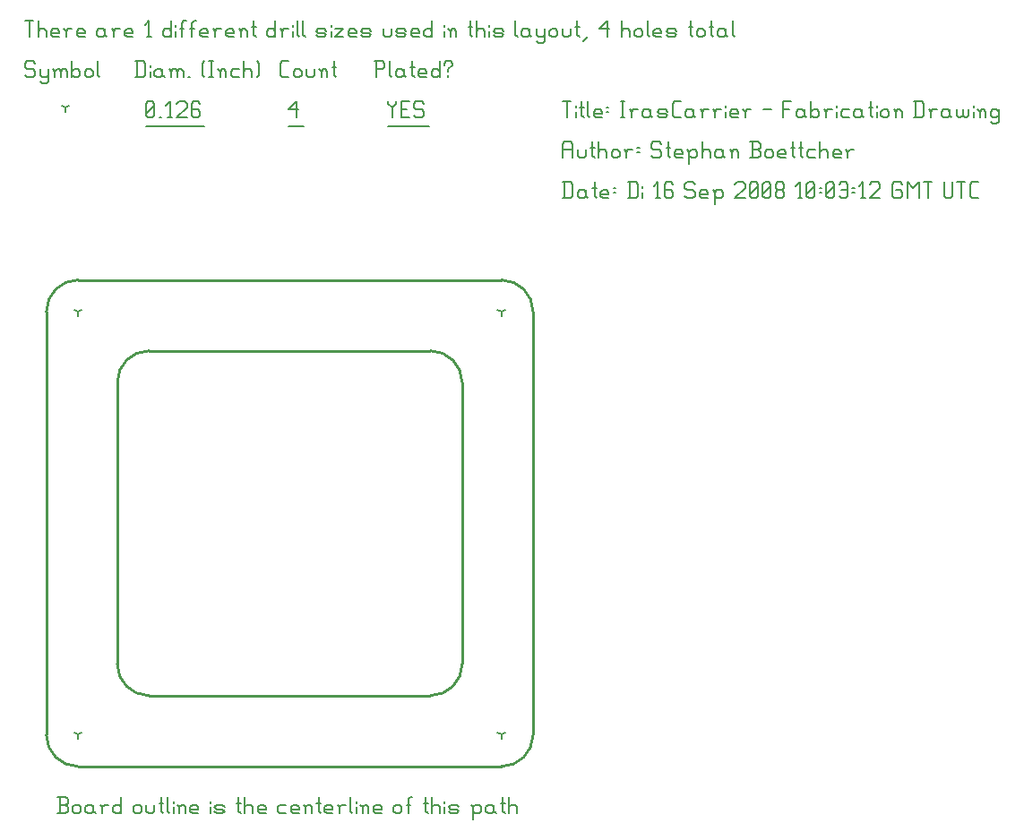
<source format=gbr>
G04 start of page 11 for group -3984 idx -3984 *
G04 Title: IrasCarrier, fab *
G04 Creator: pcb 1.99x *
G04 CreationDate: Di 16 Sep 2008 10:03:12 GMT UTC *
G04 For: stephan *
G04 Format: Gerber/RS-274X *
G04 PCB-Dimensions: 196850 196850 *
G04 PCB-Coordinate-Origin: lower left *
%MOIN*%
%FSLAX24Y24*%
%LNFAB*%
%ADD21C,0.0080*%
%ADD22C,0.0060*%
%ADD23C,0.0100*%
G54D21*X1968Y17716D02*Y17556D01*
Y17716D02*X2107Y17796D01*
X1968Y17716D02*X1829Y17796D01*
X17716Y17716D02*Y17556D01*
Y17716D02*X17855Y17796D01*
X17716Y17716D02*X17577Y17796D01*
X1968Y1968D02*Y1808D01*
Y1968D02*X2107Y2048D01*
X1968Y1968D02*X1829Y2048D01*
X17716Y1968D02*Y1808D01*
Y1968D02*X17855Y2048D01*
X17716Y1968D02*X17577Y2048D01*
X1500Y25310D02*Y25150D01*
Y25310D02*X1638Y25390D01*
X1500Y25310D02*X1361Y25390D01*
G54D22*X13500Y25535D02*Y25460D01*
X13650Y25310D01*
X13800Y25460D01*
Y25535D02*Y25460D01*
X13650Y25310D02*Y24935D01*
X13980Y25235D02*X14205D01*
X13980Y24935D02*X14280D01*
X13980Y25535D02*Y24935D01*
Y25535D02*X14280D01*
X14760D02*X14835Y25460D01*
X14535Y25535D02*X14760D01*
X14460Y25460D02*X14535Y25535D01*
X14460Y25460D02*Y25310D01*
X14535Y25235D01*
X14760D01*
X14835Y25160D01*
Y25010D01*
X14760Y24935D02*X14835Y25010D01*
X14535Y24935D02*X14760D01*
X14460Y25010D02*X14535Y24935D01*
X13500Y24609D02*X15015D01*
X9800Y25235D02*X10100Y25535D01*
X9800Y25235D02*X10175D01*
X10100Y25535D02*Y24935D01*
X9800Y24609D02*X10355D01*
X4500Y25010D02*X4575Y24935D01*
X4500Y25460D02*Y25010D01*
Y25460D02*X4575Y25535D01*
X4725D01*
X4800Y25460D01*
Y25010D01*
X4725Y24935D02*X4800Y25010D01*
X4575Y24935D02*X4725D01*
X4500Y25085D02*X4800Y25385D01*
X4980Y24935D02*X5055D01*
X5310D02*X5460D01*
X5385Y25535D02*Y24935D01*
X5235Y25385D02*X5385Y25535D01*
X5640Y25460D02*X5715Y25535D01*
X5940D01*
X6015Y25460D01*
Y25310D01*
X5640Y24935D02*X6015Y25310D01*
X5640Y24935D02*X6015D01*
X6420Y25535D02*X6495Y25460D01*
X6270Y25535D02*X6420D01*
X6195Y25460D02*X6270Y25535D01*
X6195Y25460D02*Y25010D01*
X6270Y24935D01*
X6420Y25235D02*X6495Y25160D01*
X6195Y25235D02*X6420D01*
X6270Y24935D02*X6420D01*
X6495Y25010D01*
Y25160D02*Y25010D01*
X4500Y24609D02*X6675D01*
X300Y27035D02*X375Y26960D01*
X75Y27035D02*X300D01*
X0Y26960D02*X75Y27035D01*
X0Y26960D02*Y26810D01*
X75Y26735D01*
X300D01*
X375Y26660D01*
Y26510D01*
X300Y26435D02*X375Y26510D01*
X75Y26435D02*X300D01*
X0Y26510D02*X75Y26435D01*
X555Y26735D02*Y26510D01*
X630Y26435D01*
X855Y26735D02*Y26285D01*
X780Y26210D02*X855Y26285D01*
X630Y26210D02*X780D01*
X555Y26285D02*X630Y26210D01*
Y26435D02*X780D01*
X855Y26510D01*
X1110Y26660D02*Y26435D01*
Y26660D02*X1185Y26735D01*
X1260D01*
X1335Y26660D01*
Y26435D01*
Y26660D02*X1410Y26735D01*
X1485D01*
X1560Y26660D01*
Y26435D01*
X1035Y26735D02*X1110Y26660D01*
X1740Y27035D02*Y26435D01*
Y26510D02*X1815Y26435D01*
X1965D01*
X2040Y26510D01*
Y26660D02*Y26510D01*
X1965Y26735D02*X2040Y26660D01*
X1815Y26735D02*X1965D01*
X1740Y26660D02*X1815Y26735D01*
X2220Y26660D02*Y26510D01*
Y26660D02*X2295Y26735D01*
X2445D01*
X2520Y26660D01*
Y26510D01*
X2445Y26435D02*X2520Y26510D01*
X2295Y26435D02*X2445D01*
X2220Y26510D02*X2295Y26435D01*
X2700Y27035D02*Y26510D01*
X2775Y26435D01*
X4175Y27035D02*Y26435D01*
X4400Y27035D02*X4475Y26960D01*
Y26510D01*
X4400Y26435D02*X4475Y26510D01*
X4100Y26435D02*X4400D01*
X4100Y27035D02*X4400D01*
X4655Y26885D02*Y26810D01*
Y26660D02*Y26435D01*
X5030Y26735D02*X5105Y26660D01*
X4880Y26735D02*X5030D01*
X4805Y26660D02*X4880Y26735D01*
X4805Y26660D02*Y26510D01*
X4880Y26435D01*
X5105Y26735D02*Y26510D01*
X5180Y26435D01*
X4880D02*X5030D01*
X5105Y26510D01*
X5435Y26660D02*Y26435D01*
Y26660D02*X5510Y26735D01*
X5585D01*
X5660Y26660D01*
Y26435D01*
Y26660D02*X5735Y26735D01*
X5810D01*
X5885Y26660D01*
Y26435D01*
X5360Y26735D02*X5435Y26660D01*
X6065Y26435D02*X6140D01*
X6590Y26510D02*X6665Y26435D01*
X6590Y26960D02*X6665Y27035D01*
X6590Y26960D02*Y26510D01*
X6845Y27035D02*X6995D01*
X6920D02*Y26435D01*
X6845D02*X6995D01*
X7251Y26660D02*Y26435D01*
Y26660D02*X7326Y26735D01*
X7401D01*
X7476Y26660D01*
Y26435D01*
X7176Y26735D02*X7251Y26660D01*
X7731Y26735D02*X7956D01*
X7656Y26660D02*X7731Y26735D01*
X7656Y26660D02*Y26510D01*
X7731Y26435D01*
X7956D01*
X8136Y27035D02*Y26435D01*
Y26660D02*X8211Y26735D01*
X8361D01*
X8436Y26660D01*
Y26435D01*
X8616Y27035D02*X8691Y26960D01*
Y26510D01*
X8616Y26435D02*X8691Y26510D01*
X9575Y26435D02*X9800D01*
X9500Y26510D02*X9575Y26435D01*
X9500Y26960D02*Y26510D01*
Y26960D02*X9575Y27035D01*
X9800D01*
X9980Y26660D02*Y26510D01*
Y26660D02*X10055Y26735D01*
X10205D01*
X10280Y26660D01*
Y26510D01*
X10205Y26435D02*X10280Y26510D01*
X10055Y26435D02*X10205D01*
X9980Y26510D02*X10055Y26435D01*
X10460Y26735D02*Y26510D01*
X10535Y26435D01*
X10685D01*
X10760Y26510D01*
Y26735D02*Y26510D01*
X11015Y26660D02*Y26435D01*
Y26660D02*X11090Y26735D01*
X11165D01*
X11240Y26660D01*
Y26435D01*
X10940Y26735D02*X11015Y26660D01*
X11495Y27035D02*Y26510D01*
X11570Y26435D01*
X11420Y26810D02*X11570D01*
X13075Y27035D02*Y26435D01*
X13000Y27035D02*X13300D01*
X13375Y26960D01*
Y26810D01*
X13300Y26735D02*X13375Y26810D01*
X13075Y26735D02*X13300D01*
X13555Y27035D02*Y26510D01*
X13630Y26435D01*
X14005Y26735D02*X14080Y26660D01*
X13855Y26735D02*X14005D01*
X13780Y26660D02*X13855Y26735D01*
X13780Y26660D02*Y26510D01*
X13855Y26435D01*
X14080Y26735D02*Y26510D01*
X14155Y26435D01*
X13855D02*X14005D01*
X14080Y26510D01*
X14410Y27035D02*Y26510D01*
X14485Y26435D01*
X14335Y26810D02*X14485D01*
X14710Y26435D02*X14935D01*
X14635Y26510D02*X14710Y26435D01*
X14635Y26660D02*Y26510D01*
Y26660D02*X14710Y26735D01*
X14860D01*
X14935Y26660D01*
X14635Y26585D02*X14935D01*
Y26660D02*Y26585D01*
X15415Y27035D02*Y26435D01*
X15340D02*X15415Y26510D01*
X15190Y26435D02*X15340D01*
X15115Y26510D02*X15190Y26435D01*
X15115Y26660D02*Y26510D01*
Y26660D02*X15190Y26735D01*
X15340D01*
X15415Y26660D01*
X15745Y26735D02*Y26660D01*
Y26510D02*Y26435D01*
X15595Y26960D02*Y26885D01*
Y26960D02*X15670Y27035D01*
X15820D01*
X15895Y26960D01*
Y26885D01*
X15745Y26735D02*X15895Y26885D01*
X0Y28535D02*X300D01*
X150D02*Y27935D01*
X480Y28535D02*Y27935D01*
Y28160D02*X555Y28235D01*
X705D01*
X780Y28160D01*
Y27935D01*
X1035D02*X1260D01*
X960Y28010D02*X1035Y27935D01*
X960Y28160D02*Y28010D01*
Y28160D02*X1035Y28235D01*
X1185D01*
X1260Y28160D01*
X960Y28085D02*X1260D01*
Y28160D02*Y28085D01*
X1515Y28160D02*Y27935D01*
Y28160D02*X1590Y28235D01*
X1740D01*
X1440D02*X1515Y28160D01*
X1995Y27935D02*X2220D01*
X1920Y28010D02*X1995Y27935D01*
X1920Y28160D02*Y28010D01*
Y28160D02*X1995Y28235D01*
X2145D01*
X2220Y28160D01*
X1920Y28085D02*X2220D01*
Y28160D02*Y28085D01*
X2895Y28235D02*X2970Y28160D01*
X2745Y28235D02*X2895D01*
X2670Y28160D02*X2745Y28235D01*
X2670Y28160D02*Y28010D01*
X2745Y27935D01*
X2970Y28235D02*Y28010D01*
X3045Y27935D01*
X2745D02*X2895D01*
X2970Y28010D01*
X3300Y28160D02*Y27935D01*
Y28160D02*X3375Y28235D01*
X3525D01*
X3225D02*X3300Y28160D01*
X3781Y27935D02*X4006D01*
X3706Y28010D02*X3781Y27935D01*
X3706Y28160D02*Y28010D01*
Y28160D02*X3781Y28235D01*
X3931D01*
X4006Y28160D01*
X3706Y28085D02*X4006D01*
Y28160D02*Y28085D01*
X4531Y27935D02*X4681D01*
X4606Y28535D02*Y27935D01*
X4456Y28385D02*X4606Y28535D01*
X5431D02*Y27935D01*
X5356D02*X5431Y28010D01*
X5206Y27935D02*X5356D01*
X5131Y28010D02*X5206Y27935D01*
X5131Y28160D02*Y28010D01*
Y28160D02*X5206Y28235D01*
X5356D01*
X5431Y28160D01*
X5611Y28385D02*Y28310D01*
Y28160D02*Y27935D01*
X5836Y28460D02*Y27935D01*
Y28460D02*X5911Y28535D01*
X5986D01*
X5761Y28235D02*X5911D01*
X6211Y28460D02*Y27935D01*
Y28460D02*X6286Y28535D01*
X6361D01*
X6136Y28235D02*X6286D01*
X6586Y27935D02*X6811D01*
X6511Y28010D02*X6586Y27935D01*
X6511Y28160D02*Y28010D01*
Y28160D02*X6586Y28235D01*
X6736D01*
X6811Y28160D01*
X6511Y28085D02*X6811D01*
Y28160D02*Y28085D01*
X7067Y28160D02*Y27935D01*
Y28160D02*X7142Y28235D01*
X7292D01*
X6992D02*X7067Y28160D01*
X7547Y27935D02*X7772D01*
X7472Y28010D02*X7547Y27935D01*
X7472Y28160D02*Y28010D01*
Y28160D02*X7547Y28235D01*
X7697D01*
X7772Y28160D01*
X7472Y28085D02*X7772D01*
Y28160D02*Y28085D01*
X8027Y28160D02*Y27935D01*
Y28160D02*X8102Y28235D01*
X8177D01*
X8252Y28160D01*
Y27935D01*
X7952Y28235D02*X8027Y28160D01*
X8507Y28535D02*Y28010D01*
X8582Y27935D01*
X8432Y28310D02*X8582D01*
X9302Y28535D02*Y27935D01*
X9227D02*X9302Y28010D01*
X9077Y27935D02*X9227D01*
X9002Y28010D02*X9077Y27935D01*
X9002Y28160D02*Y28010D01*
Y28160D02*X9077Y28235D01*
X9227D01*
X9302Y28160D01*
X9557D02*Y27935D01*
Y28160D02*X9632Y28235D01*
X9782D01*
X9482D02*X9557Y28160D01*
X9963Y28385D02*Y28310D01*
Y28160D02*Y27935D01*
X10113Y28535D02*Y28010D01*
X10188Y27935D01*
X10338Y28535D02*Y28010D01*
X10413Y27935D01*
X10908D02*X11133D01*
X11208Y28010D01*
X11133Y28085D02*X11208Y28010D01*
X10908Y28085D02*X11133D01*
X10833Y28160D02*X10908Y28085D01*
X10833Y28160D02*X10908Y28235D01*
X11133D01*
X11208Y28160D01*
X10833Y28010D02*X10908Y27935D01*
X11388Y28385D02*Y28310D01*
Y28160D02*Y27935D01*
X11538Y28235D02*X11838D01*
X11538Y27935D02*X11838Y28235D01*
X11538Y27935D02*X11838D01*
X12093D02*X12318D01*
X12018Y28010D02*X12093Y27935D01*
X12018Y28160D02*Y28010D01*
Y28160D02*X12093Y28235D01*
X12243D01*
X12318Y28160D01*
X12018Y28085D02*X12318D01*
Y28160D02*Y28085D01*
X12574Y27935D02*X12799D01*
X12874Y28010D01*
X12799Y28085D02*X12874Y28010D01*
X12574Y28085D02*X12799D01*
X12499Y28160D02*X12574Y28085D01*
X12499Y28160D02*X12574Y28235D01*
X12799D01*
X12874Y28160D01*
X12499Y28010D02*X12574Y27935D01*
X13324Y28235D02*Y28010D01*
X13399Y27935D01*
X13549D01*
X13624Y28010D01*
Y28235D02*Y28010D01*
X13879Y27935D02*X14104D01*
X14179Y28010D01*
X14104Y28085D02*X14179Y28010D01*
X13879Y28085D02*X14104D01*
X13804Y28160D02*X13879Y28085D01*
X13804Y28160D02*X13879Y28235D01*
X14104D01*
X14179Y28160D01*
X13804Y28010D02*X13879Y27935D01*
X14434D02*X14659D01*
X14359Y28010D02*X14434Y27935D01*
X14359Y28160D02*Y28010D01*
Y28160D02*X14434Y28235D01*
X14584D01*
X14659Y28160D01*
X14359Y28085D02*X14659D01*
Y28160D02*Y28085D01*
X15139Y28535D02*Y27935D01*
X15064D02*X15139Y28010D01*
X14914Y27935D02*X15064D01*
X14839Y28010D02*X14914Y27935D01*
X14839Y28160D02*Y28010D01*
Y28160D02*X14914Y28235D01*
X15064D01*
X15139Y28160D01*
X15589Y28385D02*Y28310D01*
Y28160D02*Y27935D01*
X15814Y28160D02*Y27935D01*
Y28160D02*X15889Y28235D01*
X15964D01*
X16039Y28160D01*
Y27935D01*
X15739Y28235D02*X15814Y28160D01*
X16565Y28535D02*Y28010D01*
X16640Y27935D01*
X16490Y28310D02*X16640D01*
X16790Y28535D02*Y27935D01*
Y28160D02*X16865Y28235D01*
X17015D01*
X17090Y28160D01*
Y27935D01*
X17270Y28385D02*Y28310D01*
Y28160D02*Y27935D01*
X17495D02*X17720D01*
X17795Y28010D01*
X17720Y28085D02*X17795Y28010D01*
X17495Y28085D02*X17720D01*
X17420Y28160D02*X17495Y28085D01*
X17420Y28160D02*X17495Y28235D01*
X17720D01*
X17795Y28160D01*
X17420Y28010D02*X17495Y27935D01*
X18245Y28535D02*Y28010D01*
X18320Y27935D01*
X18695Y28235D02*X18770Y28160D01*
X18545Y28235D02*X18695D01*
X18470Y28160D02*X18545Y28235D01*
X18470Y28160D02*Y28010D01*
X18545Y27935D01*
X18770Y28235D02*Y28010D01*
X18845Y27935D01*
X18545D02*X18695D01*
X18770Y28010D01*
X19026Y28235D02*Y28010D01*
X19101Y27935D01*
X19326Y28235D02*Y27785D01*
X19251Y27710D02*X19326Y27785D01*
X19101Y27710D02*X19251D01*
X19026Y27785D02*X19101Y27710D01*
Y27935D02*X19251D01*
X19326Y28010D01*
X19506Y28160D02*Y28010D01*
Y28160D02*X19581Y28235D01*
X19731D01*
X19806Y28160D01*
Y28010D01*
X19731Y27935D02*X19806Y28010D01*
X19581Y27935D02*X19731D01*
X19506Y28010D02*X19581Y27935D01*
X19986Y28235D02*Y28010D01*
X20061Y27935D01*
X20211D01*
X20286Y28010D01*
Y28235D02*Y28010D01*
X20541Y28535D02*Y28010D01*
X20616Y27935D01*
X20466Y28310D02*X20616D01*
X20766Y27785D02*X20916Y27935D01*
X21366Y28235D02*X21666Y28535D01*
X21366Y28235D02*X21741D01*
X21666Y28535D02*Y27935D01*
X22191Y28535D02*Y27935D01*
Y28160D02*X22266Y28235D01*
X22416D01*
X22491Y28160D01*
Y27935D01*
X22672Y28160D02*Y28010D01*
Y28160D02*X22747Y28235D01*
X22897D01*
X22972Y28160D01*
Y28010D01*
X22897Y27935D02*X22972Y28010D01*
X22747Y27935D02*X22897D01*
X22672Y28010D02*X22747Y27935D01*
X23152Y28535D02*Y28010D01*
X23227Y27935D01*
X23452D02*X23677D01*
X23377Y28010D02*X23452Y27935D01*
X23377Y28160D02*Y28010D01*
Y28160D02*X23452Y28235D01*
X23602D01*
X23677Y28160D01*
X23377Y28085D02*X23677D01*
Y28160D02*Y28085D01*
X23932Y27935D02*X24157D01*
X24232Y28010D01*
X24157Y28085D02*X24232Y28010D01*
X23932Y28085D02*X24157D01*
X23857Y28160D02*X23932Y28085D01*
X23857Y28160D02*X23932Y28235D01*
X24157D01*
X24232Y28160D01*
X23857Y28010D02*X23932Y27935D01*
X24757Y28535D02*Y28010D01*
X24832Y27935D01*
X24682Y28310D02*X24832D01*
X24982Y28160D02*Y28010D01*
Y28160D02*X25057Y28235D01*
X25207D01*
X25282Y28160D01*
Y28010D01*
X25207Y27935D02*X25282Y28010D01*
X25057Y27935D02*X25207D01*
X24982Y28010D02*X25057Y27935D01*
X25537Y28535D02*Y28010D01*
X25612Y27935D01*
X25462Y28310D02*X25612D01*
X25988Y28235D02*X26063Y28160D01*
X25838Y28235D02*X25988D01*
X25763Y28160D02*X25838Y28235D01*
X25763Y28160D02*Y28010D01*
X25838Y27935D01*
X26063Y28235D02*Y28010D01*
X26138Y27935D01*
X25838D02*X25988D01*
X26063Y28010D01*
X26318Y28535D02*Y28010D01*
X26393Y27935D01*
G54D23*X3425Y4606D02*Y15078D01*
X15078Y3425D02*X4606D01*
X16259Y15078D02*Y4606D01*
X4606Y16259D02*X15078D01*
X787Y1968D02*Y17716D01*
X17716Y787D02*X1968D01*
X18897Y17716D02*Y1968D01*
X1968Y18897D02*X17716D01*
X4606Y3425D02*G75*G02X3425Y4606I0J1181D01*G01*
X16259D02*G75*G02X15078Y3425I-1181J0D01*G01*
X16259Y15078D02*G75*G03X15078Y16259I-1181J0D01*G01*
X3425Y15078D02*G75*G02X4606Y16259I1181J0D01*G01*
X1968Y787D02*G75*G02X787Y1968I0J1181D01*G01*
X18897D02*G75*G02X17716Y787I-1181J0D01*G01*
Y18897D02*G75*G02X18897Y17716I0J-1181D01*G01*
X787D02*G75*G02X1968Y18897I1181J0D01*G01*
G54D22*X1207Y-950D02*X1507D01*
X1582Y-875D01*
Y-725D02*Y-875D01*
X1507Y-650D02*X1582Y-725D01*
X1282Y-650D02*X1507D01*
X1282Y-350D02*Y-950D01*
X1207Y-350D02*X1507D01*
X1582Y-425D01*
Y-575D01*
X1507Y-650D02*X1582Y-575D01*
X1762Y-725D02*Y-875D01*
Y-725D02*X1837Y-650D01*
X1987D01*
X2062Y-725D01*
Y-875D01*
X1987Y-950D02*X2062Y-875D01*
X1837Y-950D02*X1987D01*
X1762Y-875D02*X1837Y-950D01*
X2467Y-650D02*X2542Y-725D01*
X2317Y-650D02*X2467D01*
X2242Y-725D02*X2317Y-650D01*
X2242Y-725D02*Y-875D01*
X2317Y-950D01*
X2542Y-650D02*Y-875D01*
X2617Y-950D01*
X2317D02*X2467D01*
X2542Y-875D01*
X2872Y-725D02*Y-950D01*
Y-725D02*X2947Y-650D01*
X3097D01*
X2797D02*X2872Y-725D01*
X3577Y-350D02*Y-950D01*
X3502D02*X3577Y-875D01*
X3352Y-950D02*X3502D01*
X3277Y-875D02*X3352Y-950D01*
X3277Y-725D02*Y-875D01*
Y-725D02*X3352Y-650D01*
X3502D01*
X3577Y-725D01*
X4028D02*Y-875D01*
Y-725D02*X4103Y-650D01*
X4253D01*
X4328Y-725D01*
Y-875D01*
X4253Y-950D02*X4328Y-875D01*
X4103Y-950D02*X4253D01*
X4028Y-875D02*X4103Y-950D01*
X4508Y-650D02*Y-875D01*
X4583Y-950D01*
X4733D01*
X4808Y-875D01*
Y-650D02*Y-875D01*
X5063Y-350D02*Y-875D01*
X5138Y-950D01*
X4988Y-575D02*X5138D01*
X5288Y-350D02*Y-875D01*
X5363Y-950D01*
X5513Y-500D02*Y-575D01*
Y-725D02*Y-950D01*
X5738Y-725D02*Y-950D01*
Y-725D02*X5813Y-650D01*
X5888D01*
X5963Y-725D01*
Y-950D01*
X5663Y-650D02*X5738Y-725D01*
X6218Y-950D02*X6443D01*
X6143Y-875D02*X6218Y-950D01*
X6143Y-725D02*Y-875D01*
Y-725D02*X6218Y-650D01*
X6368D01*
X6443Y-725D01*
X6143Y-800D02*X6443D01*
Y-725D02*Y-800D01*
X6894Y-500D02*Y-575D01*
Y-725D02*Y-950D01*
X7119D02*X7344D01*
X7419Y-875D01*
X7344Y-800D02*X7419Y-875D01*
X7119Y-800D02*X7344D01*
X7044Y-725D02*X7119Y-800D01*
X7044Y-725D02*X7119Y-650D01*
X7344D01*
X7419Y-725D01*
X7044Y-875D02*X7119Y-950D01*
X7944Y-350D02*Y-875D01*
X8019Y-950D01*
X7869Y-575D02*X8019D01*
X8169Y-350D02*Y-950D01*
Y-725D02*X8244Y-650D01*
X8394D01*
X8469Y-725D01*
Y-950D01*
X8724D02*X8949D01*
X8649Y-875D02*X8724Y-950D01*
X8649Y-725D02*Y-875D01*
Y-725D02*X8724Y-650D01*
X8874D01*
X8949Y-725D01*
X8649Y-800D02*X8949D01*
Y-725D02*Y-800D01*
X9474Y-650D02*X9699D01*
X9399Y-725D02*X9474Y-650D01*
X9399Y-725D02*Y-875D01*
X9474Y-950D01*
X9699D01*
X9955D02*X10180D01*
X9880Y-875D02*X9955Y-950D01*
X9880Y-725D02*Y-875D01*
Y-725D02*X9955Y-650D01*
X10105D01*
X10180Y-725D01*
X9880Y-800D02*X10180D01*
Y-725D02*Y-800D01*
X10435Y-725D02*Y-950D01*
Y-725D02*X10510Y-650D01*
X10585D01*
X10660Y-725D01*
Y-950D01*
X10360Y-650D02*X10435Y-725D01*
X10915Y-350D02*Y-875D01*
X10990Y-950D01*
X10840Y-575D02*X10990D01*
X11215Y-950D02*X11440D01*
X11140Y-875D02*X11215Y-950D01*
X11140Y-725D02*Y-875D01*
Y-725D02*X11215Y-650D01*
X11365D01*
X11440Y-725D01*
X11140Y-800D02*X11440D01*
Y-725D02*Y-800D01*
X11695Y-725D02*Y-950D01*
Y-725D02*X11770Y-650D01*
X11920D01*
X11620D02*X11695Y-725D01*
X12100Y-350D02*Y-875D01*
X12175Y-950D01*
X12325Y-500D02*Y-575D01*
Y-725D02*Y-950D01*
X12551Y-725D02*Y-950D01*
Y-725D02*X12626Y-650D01*
X12701D01*
X12776Y-725D01*
Y-950D01*
X12476Y-650D02*X12551Y-725D01*
X13031Y-950D02*X13256D01*
X12956Y-875D02*X13031Y-950D01*
X12956Y-725D02*Y-875D01*
Y-725D02*X13031Y-650D01*
X13181D01*
X13256Y-725D01*
X12956Y-800D02*X13256D01*
Y-725D02*Y-800D01*
X13706Y-725D02*Y-875D01*
Y-725D02*X13781Y-650D01*
X13931D01*
X14006Y-725D01*
Y-875D01*
X13931Y-950D02*X14006Y-875D01*
X13781Y-950D02*X13931D01*
X13706Y-875D02*X13781Y-950D01*
X14261Y-425D02*Y-950D01*
Y-425D02*X14336Y-350D01*
X14411D01*
X14186Y-650D02*X14336D01*
X14906Y-350D02*Y-875D01*
X14981Y-950D01*
X14831Y-575D02*X14981D01*
X15131Y-350D02*Y-950D01*
Y-725D02*X15206Y-650D01*
X15356D01*
X15431Y-725D01*
Y-950D01*
X15611Y-500D02*Y-575D01*
Y-725D02*Y-950D01*
X15837D02*X16062D01*
X16137Y-875D01*
X16062Y-800D02*X16137Y-875D01*
X15837Y-800D02*X16062D01*
X15762Y-725D02*X15837Y-800D01*
X15762Y-725D02*X15837Y-650D01*
X16062D01*
X16137Y-725D01*
X15762Y-875D02*X15837Y-950D01*
X16662Y-725D02*Y-1175D01*
X16587Y-650D02*X16662Y-725D01*
X16737Y-650D01*
X16887D01*
X16962Y-725D01*
Y-875D01*
X16887Y-950D02*X16962Y-875D01*
X16737Y-950D02*X16887D01*
X16662Y-875D02*X16737Y-950D01*
X17367Y-650D02*X17442Y-725D01*
X17217Y-650D02*X17367D01*
X17142Y-725D02*X17217Y-650D01*
X17142Y-725D02*Y-875D01*
X17217Y-950D01*
X17442Y-650D02*Y-875D01*
X17517Y-950D01*
X17217D02*X17367D01*
X17442Y-875D01*
X17772Y-350D02*Y-875D01*
X17847Y-950D01*
X17697Y-575D02*X17847D01*
X17997Y-350D02*Y-950D01*
Y-725D02*X18072Y-650D01*
X18222D01*
X18297Y-725D01*
Y-950D01*
X20075Y22535D02*Y21935D01*
X20300Y22535D02*X20375Y22460D01*
Y22010D01*
X20300Y21935D02*X20375Y22010D01*
X20000Y21935D02*X20300D01*
X20000Y22535D02*X20300D01*
X20780Y22235D02*X20855Y22160D01*
X20630Y22235D02*X20780D01*
X20555Y22160D02*X20630Y22235D01*
X20555Y22160D02*Y22010D01*
X20630Y21935D01*
X20855Y22235D02*Y22010D01*
X20930Y21935D01*
X20630D02*X20780D01*
X20855Y22010D01*
X21185Y22535D02*Y22010D01*
X21260Y21935D01*
X21110Y22310D02*X21260D01*
X21485Y21935D02*X21710D01*
X21410Y22010D02*X21485Y21935D01*
X21410Y22160D02*Y22010D01*
Y22160D02*X21485Y22235D01*
X21635D01*
X21710Y22160D01*
X21410Y22085D02*X21710D01*
Y22160D02*Y22085D01*
X21890Y22310D02*X21965D01*
X21890Y22160D02*X21965D01*
X22490Y22535D02*Y21935D01*
X22715Y22535D02*X22790Y22460D01*
Y22010D01*
X22715Y21935D02*X22790Y22010D01*
X22415Y21935D02*X22715D01*
X22415Y22535D02*X22715D01*
X22970Y22385D02*Y22310D01*
Y22160D02*Y21935D01*
X23466D02*X23616D01*
X23541Y22535D02*Y21935D01*
X23391Y22385D02*X23541Y22535D01*
X24021D02*X24096Y22460D01*
X23871Y22535D02*X24021D01*
X23796Y22460D02*X23871Y22535D01*
X23796Y22460D02*Y22010D01*
X23871Y21935D01*
X24021Y22235D02*X24096Y22160D01*
X23796Y22235D02*X24021D01*
X23871Y21935D02*X24021D01*
X24096Y22010D01*
Y22160D02*Y22010D01*
X24846Y22535D02*X24921Y22460D01*
X24621Y22535D02*X24846D01*
X24546Y22460D02*X24621Y22535D01*
X24546Y22460D02*Y22310D01*
X24621Y22235D01*
X24846D01*
X24921Y22160D01*
Y22010D01*
X24846Y21935D02*X24921Y22010D01*
X24621Y21935D02*X24846D01*
X24546Y22010D02*X24621Y21935D01*
X25176D02*X25401D01*
X25101Y22010D02*X25176Y21935D01*
X25101Y22160D02*Y22010D01*
Y22160D02*X25176Y22235D01*
X25326D01*
X25401Y22160D01*
X25101Y22085D02*X25401D01*
Y22160D02*Y22085D01*
X25656Y22160D02*Y21710D01*
X25581Y22235D02*X25656Y22160D01*
X25731Y22235D01*
X25881D01*
X25956Y22160D01*
Y22010D01*
X25881Y21935D02*X25956Y22010D01*
X25731Y21935D02*X25881D01*
X25656Y22010D02*X25731Y21935D01*
X26406Y22460D02*X26481Y22535D01*
X26706D01*
X26781Y22460D01*
Y22310D01*
X26406Y21935D02*X26781Y22310D01*
X26406Y21935D02*X26781D01*
X26961Y22010D02*X27036Y21935D01*
X26961Y22460D02*Y22010D01*
Y22460D02*X27036Y22535D01*
X27186D01*
X27261Y22460D01*
Y22010D01*
X27186Y21935D02*X27261Y22010D01*
X27036Y21935D02*X27186D01*
X26961Y22085D02*X27261Y22385D01*
X27442Y22010D02*X27517Y21935D01*
X27442Y22460D02*Y22010D01*
Y22460D02*X27517Y22535D01*
X27667D01*
X27742Y22460D01*
Y22010D01*
X27667Y21935D02*X27742Y22010D01*
X27517Y21935D02*X27667D01*
X27442Y22085D02*X27742Y22385D01*
X27922Y22010D02*X27997Y21935D01*
X27922Y22160D02*Y22010D01*
Y22160D02*X27997Y22235D01*
X28147D01*
X28222Y22160D01*
Y22010D01*
X28147Y21935D02*X28222Y22010D01*
X27997Y21935D02*X28147D01*
X27922Y22310D02*X27997Y22235D01*
X27922Y22460D02*Y22310D01*
Y22460D02*X27997Y22535D01*
X28147D01*
X28222Y22460D01*
Y22310D01*
X28147Y22235D02*X28222Y22310D01*
X28747Y21935D02*X28897D01*
X28822Y22535D02*Y21935D01*
X28672Y22385D02*X28822Y22535D01*
X29077Y22010D02*X29152Y21935D01*
X29077Y22460D02*Y22010D01*
Y22460D02*X29152Y22535D01*
X29302D01*
X29377Y22460D01*
Y22010D01*
X29302Y21935D02*X29377Y22010D01*
X29152Y21935D02*X29302D01*
X29077Y22085D02*X29377Y22385D01*
X29557Y22310D02*X29632D01*
X29557Y22160D02*X29632D01*
X29812Y22010D02*X29887Y21935D01*
X29812Y22460D02*Y22010D01*
Y22460D02*X29887Y22535D01*
X30037D01*
X30112Y22460D01*
Y22010D01*
X30037Y21935D02*X30112Y22010D01*
X29887Y21935D02*X30037D01*
X29812Y22085D02*X30112Y22385D01*
X30293Y22460D02*X30368Y22535D01*
X30518D01*
X30593Y22460D01*
Y22010D01*
X30518Y21935D02*X30593Y22010D01*
X30368Y21935D02*X30518D01*
X30293Y22010D02*X30368Y21935D01*
Y22235D02*X30593D01*
X30773Y22310D02*X30848D01*
X30773Y22160D02*X30848D01*
X31103Y21935D02*X31253D01*
X31178Y22535D02*Y21935D01*
X31028Y22385D02*X31178Y22535D01*
X31433Y22460D02*X31508Y22535D01*
X31733D01*
X31808Y22460D01*
Y22310D01*
X31433Y21935D02*X31808Y22310D01*
X31433Y21935D02*X31808D01*
X32558Y22535D02*X32633Y22460D01*
X32333Y22535D02*X32558D01*
X32258Y22460D02*X32333Y22535D01*
X32258Y22460D02*Y22010D01*
X32333Y21935D01*
X32558D01*
X32633Y22010D01*
Y22160D02*Y22010D01*
X32558Y22235D02*X32633Y22160D01*
X32408Y22235D02*X32558D01*
X32813Y22535D02*Y21935D01*
Y22535D02*X33038Y22310D01*
X33263Y22535D01*
Y21935D01*
X33443Y22535D02*X33743D01*
X33593D02*Y21935D01*
X34194Y22535D02*Y22010D01*
X34269Y21935D01*
X34419D01*
X34494Y22010D01*
Y22535D02*Y22010D01*
X34674Y22535D02*X34974D01*
X34824D02*Y21935D01*
X35229D02*X35454D01*
X35154Y22010D02*X35229Y21935D01*
X35154Y22460D02*Y22010D01*
Y22460D02*X35229Y22535D01*
X35454D01*
X20000Y23960D02*Y23435D01*
Y23960D02*X20075Y24035D01*
X20300D01*
X20375Y23960D01*
Y23435D01*
X20000Y23735D02*X20375D01*
X20555D02*Y23510D01*
X20630Y23435D01*
X20780D01*
X20855Y23510D01*
Y23735D02*Y23510D01*
X21110Y24035D02*Y23510D01*
X21185Y23435D01*
X21035Y23810D02*X21185D01*
X21335Y24035D02*Y23435D01*
Y23660D02*X21410Y23735D01*
X21560D01*
X21635Y23660D01*
Y23435D01*
X21815Y23660D02*Y23510D01*
Y23660D02*X21890Y23735D01*
X22040D01*
X22115Y23660D01*
Y23510D01*
X22040Y23435D02*X22115Y23510D01*
X21890Y23435D02*X22040D01*
X21815Y23510D02*X21890Y23435D01*
X22370Y23660D02*Y23435D01*
Y23660D02*X22445Y23735D01*
X22595D01*
X22295D02*X22370Y23660D01*
X22775Y23810D02*X22850D01*
X22775Y23660D02*X22850D01*
X23601Y24035D02*X23676Y23960D01*
X23376Y24035D02*X23601D01*
X23301Y23960D02*X23376Y24035D01*
X23301Y23960D02*Y23810D01*
X23376Y23735D01*
X23601D01*
X23676Y23660D01*
Y23510D01*
X23601Y23435D02*X23676Y23510D01*
X23376Y23435D02*X23601D01*
X23301Y23510D02*X23376Y23435D01*
X23931Y24035D02*Y23510D01*
X24006Y23435D01*
X23856Y23810D02*X24006D01*
X24231Y23435D02*X24456D01*
X24156Y23510D02*X24231Y23435D01*
X24156Y23660D02*Y23510D01*
Y23660D02*X24231Y23735D01*
X24381D01*
X24456Y23660D01*
X24156Y23585D02*X24456D01*
Y23660D02*Y23585D01*
X24711Y23660D02*Y23210D01*
X24636Y23735D02*X24711Y23660D01*
X24786Y23735D01*
X24936D01*
X25011Y23660D01*
Y23510D01*
X24936Y23435D02*X25011Y23510D01*
X24786Y23435D02*X24936D01*
X24711Y23510D02*X24786Y23435D01*
X25191Y24035D02*Y23435D01*
Y23660D02*X25266Y23735D01*
X25416D01*
X25491Y23660D01*
Y23435D01*
X25896Y23735D02*X25971Y23660D01*
X25746Y23735D02*X25896D01*
X25671Y23660D02*X25746Y23735D01*
X25671Y23660D02*Y23510D01*
X25746Y23435D01*
X25971Y23735D02*Y23510D01*
X26046Y23435D01*
X25746D02*X25896D01*
X25971Y23510D01*
X26301Y23660D02*Y23435D01*
Y23660D02*X26376Y23735D01*
X26451D01*
X26526Y23660D01*
Y23435D01*
X26226Y23735D02*X26301Y23660D01*
X26977Y23435D02*X27277D01*
X27352Y23510D01*
Y23660D02*Y23510D01*
X27277Y23735D02*X27352Y23660D01*
X27052Y23735D02*X27277D01*
X27052Y24035D02*Y23435D01*
X26977Y24035D02*X27277D01*
X27352Y23960D01*
Y23810D01*
X27277Y23735D02*X27352Y23810D01*
X27532Y23660D02*Y23510D01*
Y23660D02*X27607Y23735D01*
X27757D01*
X27832Y23660D01*
Y23510D01*
X27757Y23435D02*X27832Y23510D01*
X27607Y23435D02*X27757D01*
X27532Y23510D02*X27607Y23435D01*
X28087D02*X28312D01*
X28012Y23510D02*X28087Y23435D01*
X28012Y23660D02*Y23510D01*
Y23660D02*X28087Y23735D01*
X28237D01*
X28312Y23660D01*
X28012Y23585D02*X28312D01*
Y23660D02*Y23585D01*
X28567Y24035D02*Y23510D01*
X28642Y23435D01*
X28492Y23810D02*X28642D01*
X28867Y24035D02*Y23510D01*
X28942Y23435D01*
X28792Y23810D02*X28942D01*
X29167Y23735D02*X29392D01*
X29092Y23660D02*X29167Y23735D01*
X29092Y23660D02*Y23510D01*
X29167Y23435D01*
X29392D01*
X29573Y24035D02*Y23435D01*
Y23660D02*X29648Y23735D01*
X29798D01*
X29873Y23660D01*
Y23435D01*
X30128D02*X30353D01*
X30053Y23510D02*X30128Y23435D01*
X30053Y23660D02*Y23510D01*
Y23660D02*X30128Y23735D01*
X30278D01*
X30353Y23660D01*
X30053Y23585D02*X30353D01*
Y23660D02*Y23585D01*
X30608Y23660D02*Y23435D01*
Y23660D02*X30683Y23735D01*
X30833D01*
X30533D02*X30608Y23660D01*
X20000Y25535D02*X20300D01*
X20150D02*Y24935D01*
X20480Y25385D02*Y25310D01*
Y25160D02*Y24935D01*
X20705Y25535D02*Y25010D01*
X20780Y24935D01*
X20630Y25310D02*X20780D01*
X20930Y25535D02*Y25010D01*
X21005Y24935D01*
X21230D02*X21455D01*
X21155Y25010D02*X21230Y24935D01*
X21155Y25160D02*Y25010D01*
Y25160D02*X21230Y25235D01*
X21380D01*
X21455Y25160D01*
X21155Y25085D02*X21455D01*
Y25160D02*Y25085D01*
X21635Y25310D02*X21710D01*
X21635Y25160D02*X21710D01*
X22160Y25535D02*X22310D01*
X22235D02*Y24935D01*
X22160D02*X22310D01*
X22566Y25160D02*Y24935D01*
Y25160D02*X22641Y25235D01*
X22791D01*
X22491D02*X22566Y25160D01*
X23196Y25235D02*X23271Y25160D01*
X23046Y25235D02*X23196D01*
X22971Y25160D02*X23046Y25235D01*
X22971Y25160D02*Y25010D01*
X23046Y24935D01*
X23271Y25235D02*Y25010D01*
X23346Y24935D01*
X23046D02*X23196D01*
X23271Y25010D01*
X23601Y24935D02*X23826D01*
X23901Y25010D01*
X23826Y25085D02*X23901Y25010D01*
X23601Y25085D02*X23826D01*
X23526Y25160D02*X23601Y25085D01*
X23526Y25160D02*X23601Y25235D01*
X23826D01*
X23901Y25160D01*
X23526Y25010D02*X23601Y24935D01*
X24156D02*X24381D01*
X24081Y25010D02*X24156Y24935D01*
X24081Y25460D02*Y25010D01*
Y25460D02*X24156Y25535D01*
X24381D01*
X24786Y25235D02*X24861Y25160D01*
X24636Y25235D02*X24786D01*
X24561Y25160D02*X24636Y25235D01*
X24561Y25160D02*Y25010D01*
X24636Y24935D01*
X24861Y25235D02*Y25010D01*
X24936Y24935D01*
X24636D02*X24786D01*
X24861Y25010D01*
X25191Y25160D02*Y24935D01*
Y25160D02*X25266Y25235D01*
X25416D01*
X25116D02*X25191Y25160D01*
X25671D02*Y24935D01*
Y25160D02*X25746Y25235D01*
X25896D01*
X25596D02*X25671Y25160D01*
X26077Y25385D02*Y25310D01*
Y25160D02*Y24935D01*
X26302D02*X26527D01*
X26227Y25010D02*X26302Y24935D01*
X26227Y25160D02*Y25010D01*
Y25160D02*X26302Y25235D01*
X26452D01*
X26527Y25160D01*
X26227Y25085D02*X26527D01*
Y25160D02*Y25085D01*
X26782Y25160D02*Y24935D01*
Y25160D02*X26857Y25235D01*
X27007D01*
X26707D02*X26782Y25160D01*
X27457Y25235D02*X27757D01*
X28207Y25535D02*Y24935D01*
Y25535D02*X28507D01*
X28207Y25235D02*X28432D01*
X28912D02*X28987Y25160D01*
X28762Y25235D02*X28912D01*
X28687Y25160D02*X28762Y25235D01*
X28687Y25160D02*Y25010D01*
X28762Y24935D01*
X28987Y25235D02*Y25010D01*
X29062Y24935D01*
X28762D02*X28912D01*
X28987Y25010D01*
X29243Y25535D02*Y24935D01*
Y25010D02*X29318Y24935D01*
X29468D01*
X29543Y25010D01*
Y25160D02*Y25010D01*
X29468Y25235D02*X29543Y25160D01*
X29318Y25235D02*X29468D01*
X29243Y25160D02*X29318Y25235D01*
X29798Y25160D02*Y24935D01*
Y25160D02*X29873Y25235D01*
X30023D01*
X29723D02*X29798Y25160D01*
X30203Y25385D02*Y25310D01*
Y25160D02*Y24935D01*
X30428Y25235D02*X30653D01*
X30353Y25160D02*X30428Y25235D01*
X30353Y25160D02*Y25010D01*
X30428Y24935D01*
X30653D01*
X31058Y25235D02*X31133Y25160D01*
X30908Y25235D02*X31058D01*
X30833Y25160D02*X30908Y25235D01*
X30833Y25160D02*Y25010D01*
X30908Y24935D01*
X31133Y25235D02*Y25010D01*
X31208Y24935D01*
X30908D02*X31058D01*
X31133Y25010D01*
X31463Y25535D02*Y25010D01*
X31538Y24935D01*
X31388Y25310D02*X31538D01*
X31688Y25385D02*Y25310D01*
Y25160D02*Y24935D01*
X31839Y25160D02*Y25010D01*
Y25160D02*X31914Y25235D01*
X32064D01*
X32139Y25160D01*
Y25010D01*
X32064Y24935D02*X32139Y25010D01*
X31914Y24935D02*X32064D01*
X31839Y25010D02*X31914Y24935D01*
X32394Y25160D02*Y24935D01*
Y25160D02*X32469Y25235D01*
X32544D01*
X32619Y25160D01*
Y24935D01*
X32319Y25235D02*X32394Y25160D01*
X33144Y25535D02*Y24935D01*
X33369Y25535D02*X33444Y25460D01*
Y25010D01*
X33369Y24935D02*X33444Y25010D01*
X33069Y24935D02*X33369D01*
X33069Y25535D02*X33369D01*
X33699Y25160D02*Y24935D01*
Y25160D02*X33774Y25235D01*
X33924D01*
X33624D02*X33699Y25160D01*
X34329Y25235D02*X34404Y25160D01*
X34179Y25235D02*X34329D01*
X34104Y25160D02*X34179Y25235D01*
X34104Y25160D02*Y25010D01*
X34179Y24935D01*
X34404Y25235D02*Y25010D01*
X34479Y24935D01*
X34179D02*X34329D01*
X34404Y25010D01*
X34659Y25235D02*Y25010D01*
X34734Y24935D01*
X34809D01*
X34884Y25010D01*
Y25235D02*Y25010D01*
X34959Y24935D01*
X35034D01*
X35109Y25010D01*
Y25235D02*Y25010D01*
X35289Y25385D02*Y25310D01*
Y25160D02*Y24935D01*
X35515Y25160D02*Y24935D01*
Y25160D02*X35590Y25235D01*
X35665D01*
X35740Y25160D01*
Y24935D01*
X35440Y25235D02*X35515Y25160D01*
X36145Y25235D02*X36220Y25160D01*
X35995Y25235D02*X36145D01*
X35920Y25160D02*X35995Y25235D01*
X35920Y25160D02*Y25010D01*
X35995Y24935D01*
X36145D01*
X36220Y25010D01*
X35920Y24785D02*X35995Y24710D01*
X36145D01*
X36220Y24785D01*
Y25235D02*Y24785D01*
M02*

</source>
